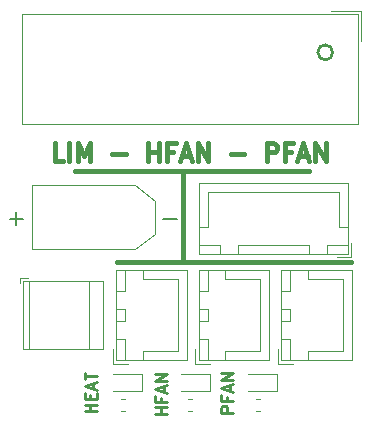
<source format=gbr>
G04 #@! TF.GenerationSoftware,KiCad,Pcbnew,(5.1.4)-1*
G04 #@! TF.CreationDate,2020-03-27T16:00:44-04:00*
G04 #@! TF.ProjectId,extruder_breakout,65787472-7564-4657-925f-627265616b6f,rev?*
G04 #@! TF.SameCoordinates,PX8f0d180PY5f5e100*
G04 #@! TF.FileFunction,Legend,Top*
G04 #@! TF.FilePolarity,Positive*
%FSLAX46Y46*%
G04 Gerber Fmt 4.6, Leading zero omitted, Abs format (unit mm)*
G04 Created by KiCad (PCBNEW (5.1.4)-1) date 2020-03-27 16:00:44*
%MOMM*%
%LPD*%
G04 APERTURE LIST*
%ADD10C,0.254000*%
%ADD11C,0.381000*%
%ADD12C,0.120000*%
%ADD13C,0.150000*%
%ADD14C,6.501600*%
%ADD15C,4.101600*%
%ADD16R,3.901600X3.901600*%
%ADD17C,0.100000*%
%ADD18C,1.051600*%
%ADD19O,2.101600X1.801600*%
%ADD20C,1.801600*%
%ADD21O,1.801600X2.051600*%
%ADD22C,2.201600*%
%ADD23R,2.201600X2.201600*%
%ADD24O,1.828800X1.828800*%
%ADD25R,1.828800X1.828800*%
G04 APERTURE END LIST*
D10*
X12065000Y31750000D02*
G75*
G03X12065000Y31750000I-635000J0D01*
G01*
X3634619Y1251858D02*
X2618619Y1251858D01*
X2618619Y1638905D01*
X2667000Y1735667D01*
X2715380Y1784048D01*
X2812142Y1832429D01*
X2957285Y1832429D01*
X3054047Y1784048D01*
X3102428Y1735667D01*
X3150809Y1638905D01*
X3150809Y1251858D01*
X3102428Y2606524D02*
X3102428Y2267858D01*
X3634619Y2267858D02*
X2618619Y2267858D01*
X2618619Y2751667D01*
X3344333Y3090334D02*
X3344333Y3574143D01*
X3634619Y2993572D02*
X2618619Y3332239D01*
X3634619Y3670905D01*
X3634619Y4009572D02*
X2618619Y4009572D01*
X3634619Y4590143D01*
X2618619Y4590143D01*
X-1953381Y1100667D02*
X-2969381Y1100667D01*
X-2485572Y1100667D02*
X-2485572Y1681239D01*
X-1953381Y1681239D02*
X-2969381Y1681239D01*
X-2485572Y2503715D02*
X-2485572Y2165048D01*
X-1953381Y2165048D02*
X-2969381Y2165048D01*
X-2969381Y2648858D01*
X-2243667Y2987524D02*
X-2243667Y3471334D01*
X-1953381Y2890762D02*
X-2969381Y3229429D01*
X-1953381Y3568096D01*
X-1953381Y3906762D02*
X-2969381Y3906762D01*
X-1953381Y4487334D01*
X-2969381Y4487334D01*
X-7922381Y1348620D02*
X-8938381Y1348620D01*
X-8454572Y1348620D02*
X-8454572Y1929191D01*
X-7922381Y1929191D02*
X-8938381Y1929191D01*
X-8454572Y2413000D02*
X-8454572Y2751667D01*
X-7922381Y2896810D02*
X-7922381Y2413000D01*
X-8938381Y2413000D01*
X-8938381Y2896810D01*
X-8212667Y3283858D02*
X-8212667Y3767667D01*
X-7922381Y3187096D02*
X-8938381Y3525762D01*
X-7922381Y3864429D01*
X-8938381Y4057953D02*
X-8938381Y4638524D01*
X-7922381Y4348239D02*
X-8938381Y4348239D01*
D11*
X-9779000Y21717000D02*
X10033000Y21717000D01*
X-6223000Y13970000D02*
X13589000Y13970000D01*
X-635000Y21717000D02*
X-635000Y13970000D01*
X-10740572Y22551572D02*
X-11466286Y22551572D01*
X-11466286Y24075572D01*
X-10232572Y22551572D02*
X-10232572Y24075572D01*
X-9506858Y22551572D02*
X-9506858Y24075572D01*
X-8998858Y22987000D01*
X-8490858Y24075572D01*
X-8490858Y22551572D01*
X-6604000Y23132143D02*
X-5442858Y23132143D01*
X-3556000Y22551572D02*
X-3556000Y24075572D01*
X-3556000Y23349858D02*
X-2685143Y23349858D01*
X-2685143Y22551572D02*
X-2685143Y24075572D01*
X-1451429Y23349858D02*
X-1959429Y23349858D01*
X-1959429Y22551572D02*
X-1959429Y24075572D01*
X-1233715Y24075572D01*
X-725715Y22987000D02*
X0Y22987000D01*
X-870858Y22551572D02*
X-362858Y24075572D01*
X145142Y22551572D01*
X653142Y22551572D02*
X653142Y24075572D01*
X1524000Y22551572D01*
X1524000Y24075572D01*
X3410857Y23132143D02*
X4572000Y23132143D01*
X6458857Y22551572D02*
X6458857Y24075572D01*
X7039428Y24075572D01*
X7184571Y24003000D01*
X7257142Y23930429D01*
X7329714Y23785286D01*
X7329714Y23567572D01*
X7257142Y23422429D01*
X7184571Y23349858D01*
X7039428Y23277286D01*
X6458857Y23277286D01*
X8490857Y23349858D02*
X7982857Y23349858D01*
X7982857Y22551572D02*
X7982857Y24075572D01*
X8708571Y24075572D01*
X9216571Y22987000D02*
X9942285Y22987000D01*
X9071428Y22551572D02*
X9579428Y24075572D01*
X10087428Y22551572D01*
X10595428Y22551572D02*
X10595428Y24075572D01*
X11466285Y22551572D01*
X11466285Y24075572D01*
D12*
X-3005000Y16370000D02*
X-3005000Y19190000D01*
X-3005000Y19190000D02*
X-4705000Y20490000D01*
X-3005000Y16370000D02*
X-4705000Y15070000D01*
X-4705000Y20490000D02*
X-13425000Y20490000D01*
X-13425000Y15070000D02*
X-13425000Y20490000D01*
X-4705000Y15070000D02*
X-13425000Y15070000D01*
X-5886267Y1395000D02*
X-5543733Y1395000D01*
X-5886267Y2415000D02*
X-5543733Y2415000D01*
X5543733Y1395000D02*
X5886267Y1395000D01*
X5543733Y2415000D02*
X5886267Y2415000D01*
X-171267Y1395000D02*
X171267Y1395000D01*
X-171267Y2415000D02*
X171267Y2415000D01*
X425000Y5405000D02*
X1675000Y5405000D01*
X425000Y6655000D02*
X425000Y5405000D01*
X5925000Y12555000D02*
X5925000Y9505000D01*
X2975000Y12555000D02*
X5925000Y12555000D01*
X2975000Y13305000D02*
X2975000Y12555000D01*
X5925000Y6455000D02*
X5925000Y9505000D01*
X2975000Y6455000D02*
X5925000Y6455000D01*
X2975000Y5705000D02*
X2975000Y6455000D01*
X725000Y13305000D02*
X725000Y11505000D01*
X1475000Y13305000D02*
X725000Y13305000D01*
X1475000Y11505000D02*
X1475000Y13305000D01*
X725000Y11505000D02*
X1475000Y11505000D01*
X725000Y7505000D02*
X725000Y5705000D01*
X1475000Y7505000D02*
X725000Y7505000D01*
X1475000Y5705000D02*
X1475000Y7505000D01*
X725000Y5705000D02*
X1475000Y5705000D01*
X725000Y10005000D02*
X725000Y9005000D01*
X1475000Y10005000D02*
X725000Y10005000D01*
X1475000Y9005000D02*
X1475000Y10005000D01*
X725000Y9005000D02*
X1475000Y9005000D01*
X715000Y13315000D02*
X715000Y5695000D01*
X6685000Y13315000D02*
X715000Y13315000D01*
X6685000Y5695000D02*
X6685000Y13315000D01*
X715000Y5695000D02*
X6685000Y5695000D01*
X7410000Y5405000D02*
X8660000Y5405000D01*
X7410000Y6655000D02*
X7410000Y5405000D01*
X12910000Y12555000D02*
X12910000Y9505000D01*
X9960000Y12555000D02*
X12910000Y12555000D01*
X9960000Y13305000D02*
X9960000Y12555000D01*
X12910000Y6455000D02*
X12910000Y9505000D01*
X9960000Y6455000D02*
X12910000Y6455000D01*
X9960000Y5705000D02*
X9960000Y6455000D01*
X7710000Y13305000D02*
X7710000Y11505000D01*
X8460000Y13305000D02*
X7710000Y13305000D01*
X8460000Y11505000D02*
X8460000Y13305000D01*
X7710000Y11505000D02*
X8460000Y11505000D01*
X7710000Y7505000D02*
X7710000Y5705000D01*
X8460000Y7505000D02*
X7710000Y7505000D01*
X8460000Y5705000D02*
X8460000Y7505000D01*
X7710000Y5705000D02*
X8460000Y5705000D01*
X7710000Y10005000D02*
X7710000Y9005000D01*
X8460000Y10005000D02*
X7710000Y10005000D01*
X8460000Y9005000D02*
X8460000Y10005000D01*
X7710000Y9005000D02*
X8460000Y9005000D01*
X7700000Y13315000D02*
X7700000Y5695000D01*
X13670000Y13315000D02*
X7700000Y13315000D01*
X13670000Y5695000D02*
X13670000Y13315000D01*
X7700000Y5695000D02*
X13670000Y5695000D01*
X-6560000Y5405000D02*
X-5310000Y5405000D01*
X-6560000Y6655000D02*
X-6560000Y5405000D01*
X-1060000Y12555000D02*
X-1060000Y9505000D01*
X-4010000Y12555000D02*
X-1060000Y12555000D01*
X-4010000Y13305000D02*
X-4010000Y12555000D01*
X-1060000Y6455000D02*
X-1060000Y9505000D01*
X-4010000Y6455000D02*
X-1060000Y6455000D01*
X-4010000Y5705000D02*
X-4010000Y6455000D01*
X-6260000Y13305000D02*
X-6260000Y11505000D01*
X-5510000Y13305000D02*
X-6260000Y13305000D01*
X-5510000Y11505000D02*
X-5510000Y13305000D01*
X-6260000Y11505000D02*
X-5510000Y11505000D01*
X-6260000Y7505000D02*
X-6260000Y5705000D01*
X-5510000Y7505000D02*
X-6260000Y7505000D01*
X-5510000Y5705000D02*
X-5510000Y7505000D01*
X-6260000Y5705000D02*
X-5510000Y5705000D01*
X-6260000Y10005000D02*
X-6260000Y9005000D01*
X-5510000Y10005000D02*
X-6260000Y10005000D01*
X-5510000Y9005000D02*
X-5510000Y10005000D01*
X-6260000Y9005000D02*
X-5510000Y9005000D01*
X-6270000Y13315000D02*
X-6270000Y5695000D01*
X-300000Y13315000D02*
X-6270000Y13315000D01*
X-300000Y5695000D02*
X-300000Y13315000D01*
X-6270000Y5695000D02*
X-300000Y5695000D01*
X13645000Y14395000D02*
X13645000Y15645000D01*
X12395000Y14395000D02*
X13645000Y14395000D01*
X1495000Y19895000D02*
X7045000Y19895000D01*
X1495000Y16945000D02*
X1495000Y19895000D01*
X745000Y16945000D02*
X1495000Y16945000D01*
X12595000Y19895000D02*
X7045000Y19895000D01*
X12595000Y16945000D02*
X12595000Y19895000D01*
X13345000Y16945000D02*
X12595000Y16945000D01*
X745000Y14695000D02*
X2545000Y14695000D01*
X745000Y15445000D02*
X745000Y14695000D01*
X2545000Y15445000D02*
X745000Y15445000D01*
X2545000Y14695000D02*
X2545000Y15445000D01*
X11545000Y14695000D02*
X13345000Y14695000D01*
X11545000Y15445000D02*
X11545000Y14695000D01*
X13345000Y15445000D02*
X11545000Y15445000D01*
X13345000Y14695000D02*
X13345000Y15445000D01*
X4045000Y14695000D02*
X10045000Y14695000D01*
X4045000Y15445000D02*
X4045000Y14695000D01*
X10045000Y15445000D02*
X4045000Y15445000D01*
X10045000Y14695000D02*
X10045000Y15445000D01*
X735000Y14685000D02*
X13355000Y14685000D01*
X735000Y20655000D02*
X735000Y14685000D01*
X13355000Y20655000D02*
X735000Y20655000D01*
X13355000Y14685000D02*
X13355000Y20655000D01*
X-14405000Y12655000D02*
X-14405000Y12255000D01*
X-13765000Y12655000D02*
X-14405000Y12655000D01*
X-7425000Y6635000D02*
X-14165000Y6635000D01*
X-7425000Y12415000D02*
X-14165000Y12415000D01*
X-14165000Y12415000D02*
X-14165000Y6635000D01*
X-7425000Y12415000D02*
X-7425000Y6635000D01*
X-8545000Y12415000D02*
X-8545000Y6635000D01*
X-13645000Y12415000D02*
X-13645000Y6635000D01*
X14490000Y35275000D02*
X14490000Y32735000D01*
X14490000Y35275000D02*
X11950000Y35275000D01*
X14240000Y35025000D02*
X14240000Y25675000D01*
X-14240000Y35025000D02*
X14240000Y35025000D01*
X-14240000Y25675000D02*
X-14240000Y35025000D01*
X14240000Y25675000D02*
X-14240000Y25675000D01*
X-4055000Y4545000D02*
X-6515000Y4545000D01*
X-4055000Y3075000D02*
X-4055000Y4545000D01*
X-6515000Y3075000D02*
X-4055000Y3075000D01*
X7375000Y4545000D02*
X4915000Y4545000D01*
X7375000Y3075000D02*
X7375000Y4545000D01*
X4915000Y3075000D02*
X7375000Y3075000D01*
X1660000Y4545000D02*
X-800000Y4545000D01*
X1660000Y3075000D02*
X1660000Y4545000D01*
X-800000Y3075000D02*
X1660000Y3075000D01*
D13*
X-2286429Y17672858D02*
X-1143572Y17672858D01*
X-15286429Y17672858D02*
X-14143572Y17672858D01*
X-14715000Y17101429D02*
X-14715000Y18244286D01*
%LPC*%
D14*
X9000000Y44500000D03*
X-9000000Y44500000D03*
D15*
X-10715000Y17780000D03*
D16*
X-5715000Y17780000D03*
D17*
G36*
X-4501331Y2429534D02*
G01*
X-4475811Y2425748D01*
X-4450784Y2419480D01*
X-4426493Y2410788D01*
X-4403170Y2399757D01*
X-4381041Y2386493D01*
X-4360318Y2371124D01*
X-4341202Y2353798D01*
X-4323876Y2334682D01*
X-4308507Y2313959D01*
X-4295243Y2291830D01*
X-4284212Y2268507D01*
X-4275520Y2244216D01*
X-4269252Y2219189D01*
X-4265466Y2193669D01*
X-4264200Y2167900D01*
X-4264200Y1642100D01*
X-4265466Y1616331D01*
X-4269252Y1590811D01*
X-4275520Y1565784D01*
X-4284212Y1541493D01*
X-4295243Y1518170D01*
X-4308507Y1496041D01*
X-4323876Y1475318D01*
X-4341202Y1456202D01*
X-4360318Y1438876D01*
X-4381041Y1423507D01*
X-4403170Y1410243D01*
X-4426493Y1399212D01*
X-4450784Y1390520D01*
X-4475811Y1384252D01*
X-4501331Y1380466D01*
X-4527100Y1379200D01*
X-5152900Y1379200D01*
X-5178669Y1380466D01*
X-5204189Y1384252D01*
X-5229216Y1390520D01*
X-5253507Y1399212D01*
X-5276830Y1410243D01*
X-5298959Y1423507D01*
X-5319682Y1438876D01*
X-5338798Y1456202D01*
X-5356124Y1475318D01*
X-5371493Y1496041D01*
X-5384757Y1518170D01*
X-5395788Y1541493D01*
X-5404480Y1565784D01*
X-5410748Y1590811D01*
X-5414534Y1616331D01*
X-5415800Y1642100D01*
X-5415800Y2167900D01*
X-5414534Y2193669D01*
X-5410748Y2219189D01*
X-5404480Y2244216D01*
X-5395788Y2268507D01*
X-5384757Y2291830D01*
X-5371493Y2313959D01*
X-5356124Y2334682D01*
X-5338798Y2353798D01*
X-5319682Y2371124D01*
X-5298959Y2386493D01*
X-5276830Y2399757D01*
X-5253507Y2410788D01*
X-5229216Y2419480D01*
X-5204189Y2425748D01*
X-5178669Y2429534D01*
X-5152900Y2430800D01*
X-4527100Y2430800D01*
X-4501331Y2429534D01*
X-4501331Y2429534D01*
G37*
D18*
X-4840000Y1905000D03*
D17*
G36*
X-6251331Y2429534D02*
G01*
X-6225811Y2425748D01*
X-6200784Y2419480D01*
X-6176493Y2410788D01*
X-6153170Y2399757D01*
X-6131041Y2386493D01*
X-6110318Y2371124D01*
X-6091202Y2353798D01*
X-6073876Y2334682D01*
X-6058507Y2313959D01*
X-6045243Y2291830D01*
X-6034212Y2268507D01*
X-6025520Y2244216D01*
X-6019252Y2219189D01*
X-6015466Y2193669D01*
X-6014200Y2167900D01*
X-6014200Y1642100D01*
X-6015466Y1616331D01*
X-6019252Y1590811D01*
X-6025520Y1565784D01*
X-6034212Y1541493D01*
X-6045243Y1518170D01*
X-6058507Y1496041D01*
X-6073876Y1475318D01*
X-6091202Y1456202D01*
X-6110318Y1438876D01*
X-6131041Y1423507D01*
X-6153170Y1410243D01*
X-6176493Y1399212D01*
X-6200784Y1390520D01*
X-6225811Y1384252D01*
X-6251331Y1380466D01*
X-6277100Y1379200D01*
X-6902900Y1379200D01*
X-6928669Y1380466D01*
X-6954189Y1384252D01*
X-6979216Y1390520D01*
X-7003507Y1399212D01*
X-7026830Y1410243D01*
X-7048959Y1423507D01*
X-7069682Y1438876D01*
X-7088798Y1456202D01*
X-7106124Y1475318D01*
X-7121493Y1496041D01*
X-7134757Y1518170D01*
X-7145788Y1541493D01*
X-7154480Y1565784D01*
X-7160748Y1590811D01*
X-7164534Y1616331D01*
X-7165800Y1642100D01*
X-7165800Y2167900D01*
X-7164534Y2193669D01*
X-7160748Y2219189D01*
X-7154480Y2244216D01*
X-7145788Y2268507D01*
X-7134757Y2291830D01*
X-7121493Y2313959D01*
X-7106124Y2334682D01*
X-7088798Y2353798D01*
X-7069682Y2371124D01*
X-7048959Y2386493D01*
X-7026830Y2399757D01*
X-7003507Y2410788D01*
X-6979216Y2419480D01*
X-6954189Y2425748D01*
X-6928669Y2429534D01*
X-6902900Y2430800D01*
X-6277100Y2430800D01*
X-6251331Y2429534D01*
X-6251331Y2429534D01*
G37*
D18*
X-6590000Y1905000D03*
D17*
G36*
X6928669Y2429534D02*
G01*
X6954189Y2425748D01*
X6979216Y2419480D01*
X7003507Y2410788D01*
X7026830Y2399757D01*
X7048959Y2386493D01*
X7069682Y2371124D01*
X7088798Y2353798D01*
X7106124Y2334682D01*
X7121493Y2313959D01*
X7134757Y2291830D01*
X7145788Y2268507D01*
X7154480Y2244216D01*
X7160748Y2219189D01*
X7164534Y2193669D01*
X7165800Y2167900D01*
X7165800Y1642100D01*
X7164534Y1616331D01*
X7160748Y1590811D01*
X7154480Y1565784D01*
X7145788Y1541493D01*
X7134757Y1518170D01*
X7121493Y1496041D01*
X7106124Y1475318D01*
X7088798Y1456202D01*
X7069682Y1438876D01*
X7048959Y1423507D01*
X7026830Y1410243D01*
X7003507Y1399212D01*
X6979216Y1390520D01*
X6954189Y1384252D01*
X6928669Y1380466D01*
X6902900Y1379200D01*
X6277100Y1379200D01*
X6251331Y1380466D01*
X6225811Y1384252D01*
X6200784Y1390520D01*
X6176493Y1399212D01*
X6153170Y1410243D01*
X6131041Y1423507D01*
X6110318Y1438876D01*
X6091202Y1456202D01*
X6073876Y1475318D01*
X6058507Y1496041D01*
X6045243Y1518170D01*
X6034212Y1541493D01*
X6025520Y1565784D01*
X6019252Y1590811D01*
X6015466Y1616331D01*
X6014200Y1642100D01*
X6014200Y2167900D01*
X6015466Y2193669D01*
X6019252Y2219189D01*
X6025520Y2244216D01*
X6034212Y2268507D01*
X6045243Y2291830D01*
X6058507Y2313959D01*
X6073876Y2334682D01*
X6091202Y2353798D01*
X6110318Y2371124D01*
X6131041Y2386493D01*
X6153170Y2399757D01*
X6176493Y2410788D01*
X6200784Y2419480D01*
X6225811Y2425748D01*
X6251331Y2429534D01*
X6277100Y2430800D01*
X6902900Y2430800D01*
X6928669Y2429534D01*
X6928669Y2429534D01*
G37*
D18*
X6590000Y1905000D03*
D17*
G36*
X5178669Y2429534D02*
G01*
X5204189Y2425748D01*
X5229216Y2419480D01*
X5253507Y2410788D01*
X5276830Y2399757D01*
X5298959Y2386493D01*
X5319682Y2371124D01*
X5338798Y2353798D01*
X5356124Y2334682D01*
X5371493Y2313959D01*
X5384757Y2291830D01*
X5395788Y2268507D01*
X5404480Y2244216D01*
X5410748Y2219189D01*
X5414534Y2193669D01*
X5415800Y2167900D01*
X5415800Y1642100D01*
X5414534Y1616331D01*
X5410748Y1590811D01*
X5404480Y1565784D01*
X5395788Y1541493D01*
X5384757Y1518170D01*
X5371493Y1496041D01*
X5356124Y1475318D01*
X5338798Y1456202D01*
X5319682Y1438876D01*
X5298959Y1423507D01*
X5276830Y1410243D01*
X5253507Y1399212D01*
X5229216Y1390520D01*
X5204189Y1384252D01*
X5178669Y1380466D01*
X5152900Y1379200D01*
X4527100Y1379200D01*
X4501331Y1380466D01*
X4475811Y1384252D01*
X4450784Y1390520D01*
X4426493Y1399212D01*
X4403170Y1410243D01*
X4381041Y1423507D01*
X4360318Y1438876D01*
X4341202Y1456202D01*
X4323876Y1475318D01*
X4308507Y1496041D01*
X4295243Y1518170D01*
X4284212Y1541493D01*
X4275520Y1565784D01*
X4269252Y1590811D01*
X4265466Y1616331D01*
X4264200Y1642100D01*
X4264200Y2167900D01*
X4265466Y2193669D01*
X4269252Y2219189D01*
X4275520Y2244216D01*
X4284212Y2268507D01*
X4295243Y2291830D01*
X4308507Y2313959D01*
X4323876Y2334682D01*
X4341202Y2353798D01*
X4360318Y2371124D01*
X4381041Y2386493D01*
X4403170Y2399757D01*
X4426493Y2410788D01*
X4450784Y2419480D01*
X4475811Y2425748D01*
X4501331Y2429534D01*
X4527100Y2430800D01*
X5152900Y2430800D01*
X5178669Y2429534D01*
X5178669Y2429534D01*
G37*
D18*
X4840000Y1905000D03*
D17*
G36*
X1213669Y2429534D02*
G01*
X1239189Y2425748D01*
X1264216Y2419480D01*
X1288507Y2410788D01*
X1311830Y2399757D01*
X1333959Y2386493D01*
X1354682Y2371124D01*
X1373798Y2353798D01*
X1391124Y2334682D01*
X1406493Y2313959D01*
X1419757Y2291830D01*
X1430788Y2268507D01*
X1439480Y2244216D01*
X1445748Y2219189D01*
X1449534Y2193669D01*
X1450800Y2167900D01*
X1450800Y1642100D01*
X1449534Y1616331D01*
X1445748Y1590811D01*
X1439480Y1565784D01*
X1430788Y1541493D01*
X1419757Y1518170D01*
X1406493Y1496041D01*
X1391124Y1475318D01*
X1373798Y1456202D01*
X1354682Y1438876D01*
X1333959Y1423507D01*
X1311830Y1410243D01*
X1288507Y1399212D01*
X1264216Y1390520D01*
X1239189Y1384252D01*
X1213669Y1380466D01*
X1187900Y1379200D01*
X562100Y1379200D01*
X536331Y1380466D01*
X510811Y1384252D01*
X485784Y1390520D01*
X461493Y1399212D01*
X438170Y1410243D01*
X416041Y1423507D01*
X395318Y1438876D01*
X376202Y1456202D01*
X358876Y1475318D01*
X343507Y1496041D01*
X330243Y1518170D01*
X319212Y1541493D01*
X310520Y1565784D01*
X304252Y1590811D01*
X300466Y1616331D01*
X299200Y1642100D01*
X299200Y2167900D01*
X300466Y2193669D01*
X304252Y2219189D01*
X310520Y2244216D01*
X319212Y2268507D01*
X330243Y2291830D01*
X343507Y2313959D01*
X358876Y2334682D01*
X376202Y2353798D01*
X395318Y2371124D01*
X416041Y2386493D01*
X438170Y2399757D01*
X461493Y2410788D01*
X485784Y2419480D01*
X510811Y2425748D01*
X536331Y2429534D01*
X562100Y2430800D01*
X1187900Y2430800D01*
X1213669Y2429534D01*
X1213669Y2429534D01*
G37*
D18*
X875000Y1905000D03*
D17*
G36*
X-536331Y2429534D02*
G01*
X-510811Y2425748D01*
X-485784Y2419480D01*
X-461493Y2410788D01*
X-438170Y2399757D01*
X-416041Y2386493D01*
X-395318Y2371124D01*
X-376202Y2353798D01*
X-358876Y2334682D01*
X-343507Y2313959D01*
X-330243Y2291830D01*
X-319212Y2268507D01*
X-310520Y2244216D01*
X-304252Y2219189D01*
X-300466Y2193669D01*
X-299200Y2167900D01*
X-299200Y1642100D01*
X-300466Y1616331D01*
X-304252Y1590811D01*
X-310520Y1565784D01*
X-319212Y1541493D01*
X-330243Y1518170D01*
X-343507Y1496041D01*
X-358876Y1475318D01*
X-376202Y1456202D01*
X-395318Y1438876D01*
X-416041Y1423507D01*
X-438170Y1410243D01*
X-461493Y1399212D01*
X-485784Y1390520D01*
X-510811Y1384252D01*
X-536331Y1380466D01*
X-562100Y1379200D01*
X-1187900Y1379200D01*
X-1213669Y1380466D01*
X-1239189Y1384252D01*
X-1264216Y1390520D01*
X-1288507Y1399212D01*
X-1311830Y1410243D01*
X-1333959Y1423507D01*
X-1354682Y1438876D01*
X-1373798Y1456202D01*
X-1391124Y1475318D01*
X-1406493Y1496041D01*
X-1419757Y1518170D01*
X-1430788Y1541493D01*
X-1439480Y1565784D01*
X-1445748Y1590811D01*
X-1449534Y1616331D01*
X-1450800Y1642100D01*
X-1450800Y2167900D01*
X-1449534Y2193669D01*
X-1445748Y2219189D01*
X-1439480Y2244216D01*
X-1430788Y2268507D01*
X-1419757Y2291830D01*
X-1406493Y2313959D01*
X-1391124Y2334682D01*
X-1373798Y2353798D01*
X-1354682Y2371124D01*
X-1333959Y2386493D01*
X-1311830Y2399757D01*
X-1288507Y2410788D01*
X-1264216Y2419480D01*
X-1239189Y2425748D01*
X-1213669Y2429534D01*
X-1187900Y2430800D01*
X-562100Y2430800D01*
X-536331Y2429534D01*
X-536331Y2429534D01*
G37*
D18*
X-875000Y1905000D03*
D19*
X3175000Y10755000D03*
D17*
G36*
X3986828Y9154524D02*
G01*
X4012546Y9150709D01*
X4037767Y9144392D01*
X4062248Y9135633D01*
X4085751Y9124516D01*
X4108052Y9111149D01*
X4128936Y9095661D01*
X4148201Y9078201D01*
X4165661Y9058936D01*
X4181149Y9038052D01*
X4194516Y9015751D01*
X4205633Y8992248D01*
X4214392Y8967767D01*
X4220709Y8942546D01*
X4224524Y8916828D01*
X4225800Y8890859D01*
X4225800Y7619141D01*
X4224524Y7593172D01*
X4220709Y7567454D01*
X4214392Y7542233D01*
X4205633Y7517752D01*
X4194516Y7494249D01*
X4181149Y7471948D01*
X4165661Y7451064D01*
X4148201Y7431799D01*
X4128936Y7414339D01*
X4108052Y7398851D01*
X4085751Y7385484D01*
X4062248Y7374367D01*
X4037767Y7365608D01*
X4012546Y7359291D01*
X3986828Y7355476D01*
X3960859Y7354200D01*
X2389141Y7354200D01*
X2363172Y7355476D01*
X2337454Y7359291D01*
X2312233Y7365608D01*
X2287752Y7374367D01*
X2264249Y7385484D01*
X2241948Y7398851D01*
X2221064Y7414339D01*
X2201799Y7431799D01*
X2184339Y7451064D01*
X2168851Y7471948D01*
X2155484Y7494249D01*
X2144367Y7517752D01*
X2135608Y7542233D01*
X2129291Y7567454D01*
X2125476Y7593172D01*
X2124200Y7619141D01*
X2124200Y8890859D01*
X2125476Y8916828D01*
X2129291Y8942546D01*
X2135608Y8967767D01*
X2144367Y8992248D01*
X2155484Y9015751D01*
X2168851Y9038052D01*
X2184339Y9058936D01*
X2201799Y9078201D01*
X2221064Y9095661D01*
X2241948Y9111149D01*
X2264249Y9124516D01*
X2287752Y9135633D01*
X2312233Y9144392D01*
X2337454Y9150709D01*
X2363172Y9154524D01*
X2389141Y9155800D01*
X3960859Y9155800D01*
X3986828Y9154524D01*
X3986828Y9154524D01*
G37*
D20*
X3175000Y8255000D03*
D19*
X10160000Y10755000D03*
D17*
G36*
X10971828Y9154524D02*
G01*
X10997546Y9150709D01*
X11022767Y9144392D01*
X11047248Y9135633D01*
X11070751Y9124516D01*
X11093052Y9111149D01*
X11113936Y9095661D01*
X11133201Y9078201D01*
X11150661Y9058936D01*
X11166149Y9038052D01*
X11179516Y9015751D01*
X11190633Y8992248D01*
X11199392Y8967767D01*
X11205709Y8942546D01*
X11209524Y8916828D01*
X11210800Y8890859D01*
X11210800Y7619141D01*
X11209524Y7593172D01*
X11205709Y7567454D01*
X11199392Y7542233D01*
X11190633Y7517752D01*
X11179516Y7494249D01*
X11166149Y7471948D01*
X11150661Y7451064D01*
X11133201Y7431799D01*
X11113936Y7414339D01*
X11093052Y7398851D01*
X11070751Y7385484D01*
X11047248Y7374367D01*
X11022767Y7365608D01*
X10997546Y7359291D01*
X10971828Y7355476D01*
X10945859Y7354200D01*
X9374141Y7354200D01*
X9348172Y7355476D01*
X9322454Y7359291D01*
X9297233Y7365608D01*
X9272752Y7374367D01*
X9249249Y7385484D01*
X9226948Y7398851D01*
X9206064Y7414339D01*
X9186799Y7431799D01*
X9169339Y7451064D01*
X9153851Y7471948D01*
X9140484Y7494249D01*
X9129367Y7517752D01*
X9120608Y7542233D01*
X9114291Y7567454D01*
X9110476Y7593172D01*
X9109200Y7619141D01*
X9109200Y8890859D01*
X9110476Y8916828D01*
X9114291Y8942546D01*
X9120608Y8967767D01*
X9129367Y8992248D01*
X9140484Y9015751D01*
X9153851Y9038052D01*
X9169339Y9058936D01*
X9186799Y9078201D01*
X9206064Y9095661D01*
X9226948Y9111149D01*
X9249249Y9124516D01*
X9272752Y9135633D01*
X9297233Y9144392D01*
X9322454Y9150709D01*
X9348172Y9154524D01*
X9374141Y9155800D01*
X10945859Y9155800D01*
X10971828Y9154524D01*
X10971828Y9154524D01*
G37*
D20*
X10160000Y8255000D03*
D19*
X-3810000Y10755000D03*
D17*
G36*
X-2998172Y9154524D02*
G01*
X-2972454Y9150709D01*
X-2947233Y9144392D01*
X-2922752Y9135633D01*
X-2899249Y9124516D01*
X-2876948Y9111149D01*
X-2856064Y9095661D01*
X-2836799Y9078201D01*
X-2819339Y9058936D01*
X-2803851Y9038052D01*
X-2790484Y9015751D01*
X-2779367Y8992248D01*
X-2770608Y8967767D01*
X-2764291Y8942546D01*
X-2760476Y8916828D01*
X-2759200Y8890859D01*
X-2759200Y7619141D01*
X-2760476Y7593172D01*
X-2764291Y7567454D01*
X-2770608Y7542233D01*
X-2779367Y7517752D01*
X-2790484Y7494249D01*
X-2803851Y7471948D01*
X-2819339Y7451064D01*
X-2836799Y7431799D01*
X-2856064Y7414339D01*
X-2876948Y7398851D01*
X-2899249Y7385484D01*
X-2922752Y7374367D01*
X-2947233Y7365608D01*
X-2972454Y7359291D01*
X-2998172Y7355476D01*
X-3024141Y7354200D01*
X-4595859Y7354200D01*
X-4621828Y7355476D01*
X-4647546Y7359291D01*
X-4672767Y7365608D01*
X-4697248Y7374367D01*
X-4720751Y7385484D01*
X-4743052Y7398851D01*
X-4763936Y7414339D01*
X-4783201Y7431799D01*
X-4800661Y7451064D01*
X-4816149Y7471948D01*
X-4829516Y7494249D01*
X-4840633Y7517752D01*
X-4849392Y7542233D01*
X-4855709Y7567454D01*
X-4859524Y7593172D01*
X-4860800Y7619141D01*
X-4860800Y8890859D01*
X-4859524Y8916828D01*
X-4855709Y8942546D01*
X-4849392Y8967767D01*
X-4840633Y8992248D01*
X-4829516Y9015751D01*
X-4816149Y9038052D01*
X-4800661Y9058936D01*
X-4783201Y9078201D01*
X-4763936Y9095661D01*
X-4743052Y9111149D01*
X-4720751Y9124516D01*
X-4697248Y9135633D01*
X-4672767Y9144392D01*
X-4647546Y9150709D01*
X-4621828Y9154524D01*
X-4595859Y9155800D01*
X-3024141Y9155800D01*
X-2998172Y9154524D01*
X-2998172Y9154524D01*
G37*
D20*
X-3810000Y8255000D03*
D21*
X3295000Y17145000D03*
X5795000Y17145000D03*
X8295000Y17145000D03*
D17*
G36*
X11456828Y18169524D02*
G01*
X11482546Y18165709D01*
X11507767Y18159392D01*
X11532248Y18150633D01*
X11555751Y18139516D01*
X11578052Y18126149D01*
X11598936Y18110661D01*
X11618201Y18093201D01*
X11635661Y18073936D01*
X11651149Y18053052D01*
X11664516Y18030751D01*
X11675633Y18007248D01*
X11684392Y17982767D01*
X11690709Y17957546D01*
X11694524Y17931828D01*
X11695800Y17905859D01*
X11695800Y16384141D01*
X11694524Y16358172D01*
X11690709Y16332454D01*
X11684392Y16307233D01*
X11675633Y16282752D01*
X11664516Y16259249D01*
X11651149Y16236948D01*
X11635661Y16216064D01*
X11618201Y16196799D01*
X11598936Y16179339D01*
X11578052Y16163851D01*
X11555751Y16150484D01*
X11532248Y16139367D01*
X11507767Y16130608D01*
X11482546Y16124291D01*
X11456828Y16120476D01*
X11430859Y16119200D01*
X10159141Y16119200D01*
X10133172Y16120476D01*
X10107454Y16124291D01*
X10082233Y16130608D01*
X10057752Y16139367D01*
X10034249Y16150484D01*
X10011948Y16163851D01*
X9991064Y16179339D01*
X9971799Y16196799D01*
X9954339Y16216064D01*
X9938851Y16236948D01*
X9925484Y16259249D01*
X9914367Y16282752D01*
X9905608Y16307233D01*
X9899291Y16332454D01*
X9895476Y16358172D01*
X9894200Y16384141D01*
X9894200Y17905859D01*
X9895476Y17931828D01*
X9899291Y17957546D01*
X9905608Y17982767D01*
X9914367Y18007248D01*
X9925484Y18030751D01*
X9938851Y18053052D01*
X9954339Y18073936D01*
X9971799Y18093201D01*
X9991064Y18110661D01*
X10011948Y18126149D01*
X10034249Y18139516D01*
X10057752Y18150633D01*
X10082233Y18159392D01*
X10107454Y18165709D01*
X10133172Y18169524D01*
X10159141Y18170800D01*
X11430859Y18170800D01*
X11456828Y18169524D01*
X11456828Y18169524D01*
G37*
D20*
X10795000Y17145000D03*
D22*
X-10795000Y8255000D03*
D23*
X-10795000Y10795000D03*
D24*
X-8890000Y29080000D03*
X-8890000Y31620000D03*
X-6350000Y29080000D03*
X-6350000Y31620000D03*
X-3810000Y29080000D03*
X-3810000Y31620000D03*
X-1270000Y29080000D03*
X-1270000Y31620000D03*
X1270000Y29080000D03*
X1270000Y31620000D03*
X3810000Y29080000D03*
X3810000Y31620000D03*
X6350000Y29080000D03*
X6350000Y31620000D03*
X8890000Y29080000D03*
D25*
X8890000Y31620000D03*
D17*
G36*
X-6251331Y4334534D02*
G01*
X-6225811Y4330748D01*
X-6200784Y4324480D01*
X-6176493Y4315788D01*
X-6153170Y4304757D01*
X-6131041Y4291493D01*
X-6110318Y4276124D01*
X-6091202Y4258798D01*
X-6073876Y4239682D01*
X-6058507Y4218959D01*
X-6045243Y4196830D01*
X-6034212Y4173507D01*
X-6025520Y4149216D01*
X-6019252Y4124189D01*
X-6015466Y4098669D01*
X-6014200Y4072900D01*
X-6014200Y3547100D01*
X-6015466Y3521331D01*
X-6019252Y3495811D01*
X-6025520Y3470784D01*
X-6034212Y3446493D01*
X-6045243Y3423170D01*
X-6058507Y3401041D01*
X-6073876Y3380318D01*
X-6091202Y3361202D01*
X-6110318Y3343876D01*
X-6131041Y3328507D01*
X-6153170Y3315243D01*
X-6176493Y3304212D01*
X-6200784Y3295520D01*
X-6225811Y3289252D01*
X-6251331Y3285466D01*
X-6277100Y3284200D01*
X-6902900Y3284200D01*
X-6928669Y3285466D01*
X-6954189Y3289252D01*
X-6979216Y3295520D01*
X-7003507Y3304212D01*
X-7026830Y3315243D01*
X-7048959Y3328507D01*
X-7069682Y3343876D01*
X-7088798Y3361202D01*
X-7106124Y3380318D01*
X-7121493Y3401041D01*
X-7134757Y3423170D01*
X-7145788Y3446493D01*
X-7154480Y3470784D01*
X-7160748Y3495811D01*
X-7164534Y3521331D01*
X-7165800Y3547100D01*
X-7165800Y4072900D01*
X-7164534Y4098669D01*
X-7160748Y4124189D01*
X-7154480Y4149216D01*
X-7145788Y4173507D01*
X-7134757Y4196830D01*
X-7121493Y4218959D01*
X-7106124Y4239682D01*
X-7088798Y4258798D01*
X-7069682Y4276124D01*
X-7048959Y4291493D01*
X-7026830Y4304757D01*
X-7003507Y4315788D01*
X-6979216Y4324480D01*
X-6954189Y4330748D01*
X-6928669Y4334534D01*
X-6902900Y4335800D01*
X-6277100Y4335800D01*
X-6251331Y4334534D01*
X-6251331Y4334534D01*
G37*
D18*
X-6590000Y3810000D03*
D17*
G36*
X-4501331Y4334534D02*
G01*
X-4475811Y4330748D01*
X-4450784Y4324480D01*
X-4426493Y4315788D01*
X-4403170Y4304757D01*
X-4381041Y4291493D01*
X-4360318Y4276124D01*
X-4341202Y4258798D01*
X-4323876Y4239682D01*
X-4308507Y4218959D01*
X-4295243Y4196830D01*
X-4284212Y4173507D01*
X-4275520Y4149216D01*
X-4269252Y4124189D01*
X-4265466Y4098669D01*
X-4264200Y4072900D01*
X-4264200Y3547100D01*
X-4265466Y3521331D01*
X-4269252Y3495811D01*
X-4275520Y3470784D01*
X-4284212Y3446493D01*
X-4295243Y3423170D01*
X-4308507Y3401041D01*
X-4323876Y3380318D01*
X-4341202Y3361202D01*
X-4360318Y3343876D01*
X-4381041Y3328507D01*
X-4403170Y3315243D01*
X-4426493Y3304212D01*
X-4450784Y3295520D01*
X-4475811Y3289252D01*
X-4501331Y3285466D01*
X-4527100Y3284200D01*
X-5152900Y3284200D01*
X-5178669Y3285466D01*
X-5204189Y3289252D01*
X-5229216Y3295520D01*
X-5253507Y3304212D01*
X-5276830Y3315243D01*
X-5298959Y3328507D01*
X-5319682Y3343876D01*
X-5338798Y3361202D01*
X-5356124Y3380318D01*
X-5371493Y3401041D01*
X-5384757Y3423170D01*
X-5395788Y3446493D01*
X-5404480Y3470784D01*
X-5410748Y3495811D01*
X-5414534Y3521331D01*
X-5415800Y3547100D01*
X-5415800Y4072900D01*
X-5414534Y4098669D01*
X-5410748Y4124189D01*
X-5404480Y4149216D01*
X-5395788Y4173507D01*
X-5384757Y4196830D01*
X-5371493Y4218959D01*
X-5356124Y4239682D01*
X-5338798Y4258798D01*
X-5319682Y4276124D01*
X-5298959Y4291493D01*
X-5276830Y4304757D01*
X-5253507Y4315788D01*
X-5229216Y4324480D01*
X-5204189Y4330748D01*
X-5178669Y4334534D01*
X-5152900Y4335800D01*
X-4527100Y4335800D01*
X-4501331Y4334534D01*
X-4501331Y4334534D01*
G37*
D18*
X-4840000Y3810000D03*
D17*
G36*
X5178669Y4334534D02*
G01*
X5204189Y4330748D01*
X5229216Y4324480D01*
X5253507Y4315788D01*
X5276830Y4304757D01*
X5298959Y4291493D01*
X5319682Y4276124D01*
X5338798Y4258798D01*
X5356124Y4239682D01*
X5371493Y4218959D01*
X5384757Y4196830D01*
X5395788Y4173507D01*
X5404480Y4149216D01*
X5410748Y4124189D01*
X5414534Y4098669D01*
X5415800Y4072900D01*
X5415800Y3547100D01*
X5414534Y3521331D01*
X5410748Y3495811D01*
X5404480Y3470784D01*
X5395788Y3446493D01*
X5384757Y3423170D01*
X5371493Y3401041D01*
X5356124Y3380318D01*
X5338798Y3361202D01*
X5319682Y3343876D01*
X5298959Y3328507D01*
X5276830Y3315243D01*
X5253507Y3304212D01*
X5229216Y3295520D01*
X5204189Y3289252D01*
X5178669Y3285466D01*
X5152900Y3284200D01*
X4527100Y3284200D01*
X4501331Y3285466D01*
X4475811Y3289252D01*
X4450784Y3295520D01*
X4426493Y3304212D01*
X4403170Y3315243D01*
X4381041Y3328507D01*
X4360318Y3343876D01*
X4341202Y3361202D01*
X4323876Y3380318D01*
X4308507Y3401041D01*
X4295243Y3423170D01*
X4284212Y3446493D01*
X4275520Y3470784D01*
X4269252Y3495811D01*
X4265466Y3521331D01*
X4264200Y3547100D01*
X4264200Y4072900D01*
X4265466Y4098669D01*
X4269252Y4124189D01*
X4275520Y4149216D01*
X4284212Y4173507D01*
X4295243Y4196830D01*
X4308507Y4218959D01*
X4323876Y4239682D01*
X4341202Y4258798D01*
X4360318Y4276124D01*
X4381041Y4291493D01*
X4403170Y4304757D01*
X4426493Y4315788D01*
X4450784Y4324480D01*
X4475811Y4330748D01*
X4501331Y4334534D01*
X4527100Y4335800D01*
X5152900Y4335800D01*
X5178669Y4334534D01*
X5178669Y4334534D01*
G37*
D18*
X4840000Y3810000D03*
D17*
G36*
X6928669Y4334534D02*
G01*
X6954189Y4330748D01*
X6979216Y4324480D01*
X7003507Y4315788D01*
X7026830Y4304757D01*
X7048959Y4291493D01*
X7069682Y4276124D01*
X7088798Y4258798D01*
X7106124Y4239682D01*
X7121493Y4218959D01*
X7134757Y4196830D01*
X7145788Y4173507D01*
X7154480Y4149216D01*
X7160748Y4124189D01*
X7164534Y4098669D01*
X7165800Y4072900D01*
X7165800Y3547100D01*
X7164534Y3521331D01*
X7160748Y3495811D01*
X7154480Y3470784D01*
X7145788Y3446493D01*
X7134757Y3423170D01*
X7121493Y3401041D01*
X7106124Y3380318D01*
X7088798Y3361202D01*
X7069682Y3343876D01*
X7048959Y3328507D01*
X7026830Y3315243D01*
X7003507Y3304212D01*
X6979216Y3295520D01*
X6954189Y3289252D01*
X6928669Y3285466D01*
X6902900Y3284200D01*
X6277100Y3284200D01*
X6251331Y3285466D01*
X6225811Y3289252D01*
X6200784Y3295520D01*
X6176493Y3304212D01*
X6153170Y3315243D01*
X6131041Y3328507D01*
X6110318Y3343876D01*
X6091202Y3361202D01*
X6073876Y3380318D01*
X6058507Y3401041D01*
X6045243Y3423170D01*
X6034212Y3446493D01*
X6025520Y3470784D01*
X6019252Y3495811D01*
X6015466Y3521331D01*
X6014200Y3547100D01*
X6014200Y4072900D01*
X6015466Y4098669D01*
X6019252Y4124189D01*
X6025520Y4149216D01*
X6034212Y4173507D01*
X6045243Y4196830D01*
X6058507Y4218959D01*
X6073876Y4239682D01*
X6091202Y4258798D01*
X6110318Y4276124D01*
X6131041Y4291493D01*
X6153170Y4304757D01*
X6176493Y4315788D01*
X6200784Y4324480D01*
X6225811Y4330748D01*
X6251331Y4334534D01*
X6277100Y4335800D01*
X6902900Y4335800D01*
X6928669Y4334534D01*
X6928669Y4334534D01*
G37*
D18*
X6590000Y3810000D03*
D17*
G36*
X-536331Y4334534D02*
G01*
X-510811Y4330748D01*
X-485784Y4324480D01*
X-461493Y4315788D01*
X-438170Y4304757D01*
X-416041Y4291493D01*
X-395318Y4276124D01*
X-376202Y4258798D01*
X-358876Y4239682D01*
X-343507Y4218959D01*
X-330243Y4196830D01*
X-319212Y4173507D01*
X-310520Y4149216D01*
X-304252Y4124189D01*
X-300466Y4098669D01*
X-299200Y4072900D01*
X-299200Y3547100D01*
X-300466Y3521331D01*
X-304252Y3495811D01*
X-310520Y3470784D01*
X-319212Y3446493D01*
X-330243Y3423170D01*
X-343507Y3401041D01*
X-358876Y3380318D01*
X-376202Y3361202D01*
X-395318Y3343876D01*
X-416041Y3328507D01*
X-438170Y3315243D01*
X-461493Y3304212D01*
X-485784Y3295520D01*
X-510811Y3289252D01*
X-536331Y3285466D01*
X-562100Y3284200D01*
X-1187900Y3284200D01*
X-1213669Y3285466D01*
X-1239189Y3289252D01*
X-1264216Y3295520D01*
X-1288507Y3304212D01*
X-1311830Y3315243D01*
X-1333959Y3328507D01*
X-1354682Y3343876D01*
X-1373798Y3361202D01*
X-1391124Y3380318D01*
X-1406493Y3401041D01*
X-1419757Y3423170D01*
X-1430788Y3446493D01*
X-1439480Y3470784D01*
X-1445748Y3495811D01*
X-1449534Y3521331D01*
X-1450800Y3547100D01*
X-1450800Y4072900D01*
X-1449534Y4098669D01*
X-1445748Y4124189D01*
X-1439480Y4149216D01*
X-1430788Y4173507D01*
X-1419757Y4196830D01*
X-1406493Y4218959D01*
X-1391124Y4239682D01*
X-1373798Y4258798D01*
X-1354682Y4276124D01*
X-1333959Y4291493D01*
X-1311830Y4304757D01*
X-1288507Y4315788D01*
X-1264216Y4324480D01*
X-1239189Y4330748D01*
X-1213669Y4334534D01*
X-1187900Y4335800D01*
X-562100Y4335800D01*
X-536331Y4334534D01*
X-536331Y4334534D01*
G37*
D18*
X-875000Y3810000D03*
D17*
G36*
X1213669Y4334534D02*
G01*
X1239189Y4330748D01*
X1264216Y4324480D01*
X1288507Y4315788D01*
X1311830Y4304757D01*
X1333959Y4291493D01*
X1354682Y4276124D01*
X1373798Y4258798D01*
X1391124Y4239682D01*
X1406493Y4218959D01*
X1419757Y4196830D01*
X1430788Y4173507D01*
X1439480Y4149216D01*
X1445748Y4124189D01*
X1449534Y4098669D01*
X1450800Y4072900D01*
X1450800Y3547100D01*
X1449534Y3521331D01*
X1445748Y3495811D01*
X1439480Y3470784D01*
X1430788Y3446493D01*
X1419757Y3423170D01*
X1406493Y3401041D01*
X1391124Y3380318D01*
X1373798Y3361202D01*
X1354682Y3343876D01*
X1333959Y3328507D01*
X1311830Y3315243D01*
X1288507Y3304212D01*
X1264216Y3295520D01*
X1239189Y3289252D01*
X1213669Y3285466D01*
X1187900Y3284200D01*
X562100Y3284200D01*
X536331Y3285466D01*
X510811Y3289252D01*
X485784Y3295520D01*
X461493Y3304212D01*
X438170Y3315243D01*
X416041Y3328507D01*
X395318Y3343876D01*
X376202Y3361202D01*
X358876Y3380318D01*
X343507Y3401041D01*
X330243Y3423170D01*
X319212Y3446493D01*
X310520Y3470784D01*
X304252Y3495811D01*
X300466Y3521331D01*
X299200Y3547100D01*
X299200Y4072900D01*
X300466Y4098669D01*
X304252Y4124189D01*
X310520Y4149216D01*
X319212Y4173507D01*
X330243Y4196830D01*
X343507Y4218959D01*
X358876Y4239682D01*
X376202Y4258798D01*
X395318Y4276124D01*
X416041Y4291493D01*
X438170Y4304757D01*
X461493Y4315788D01*
X485784Y4324480D01*
X510811Y4330748D01*
X536331Y4334534D01*
X562100Y4335800D01*
X1187900Y4335800D01*
X1213669Y4334534D01*
X1213669Y4334534D01*
G37*
D18*
X875000Y3810000D03*
M02*

</source>
